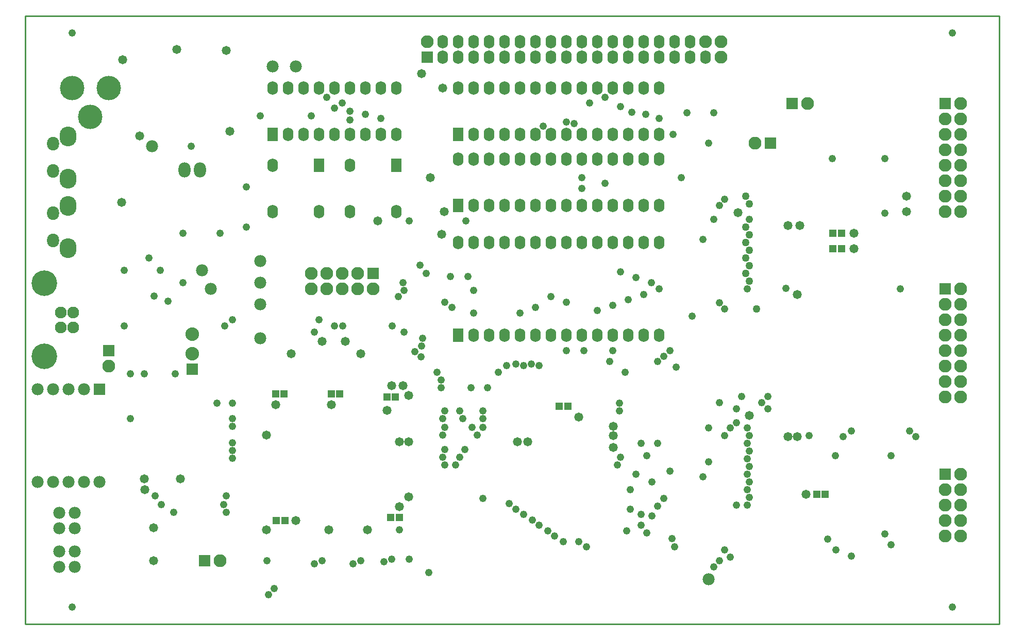
<source format=gbs>
%FSLAX24Y24*%
%MOIN*%
G70*
G01*
G75*
%ADD10C,0.0100*%
%ADD11R,0.0270X0.0550*%
%ADD12R,0.0240X0.0550*%
%ADD13R,0.0300X0.0900*%
%ADD14R,0.0300X0.1000*%
%ADD15R,0.0900X0.0300*%
%ADD16R,0.1000X0.0300*%
%ADD17R,0.1000X0.0750*%
%ADD18R,0.0160X0.0600*%
%ADD19R,0.0550X0.0400*%
%ADD20R,0.0400X0.0400*%
%ADD21R,0.0630X0.1417*%
%ADD22R,0.0500X0.0600*%
%ADD23O,0.1000X0.0300*%
%ADD24R,0.0600X0.0500*%
%ADD25C,0.0300*%
%ADD26C,0.0150*%
%ADD27C,0.0120*%
%ADD28C,0.0200*%
%ADD29C,0.0300*%
%ADD30C,0.0100*%
%ADD31C,0.0120*%
%ADD32O,0.0700X0.0900*%
%ADD33C,0.0800*%
%ADD34O,0.0500X0.0800*%
%ADD35R,0.0600X0.0800*%
%ADD36O,0.0600X0.0800*%
%ADD37C,0.0680*%
%ADD38C,0.1575*%
%ADD39R,0.0600X0.0600*%
%ADD40C,0.0600*%
%ADD41C,0.1500*%
%ADD42O,0.1000X0.1200*%
%ADD43O,0.0700X0.0800*%
%ADD44R,0.0700X0.0700*%
%ADD45C,0.0750*%
%ADD46C,0.0700*%
%ADD47O,0.0800X0.0600*%
%ADD48P,0.0700X8X0*%
%ADD49R,0.0800X0.0600*%
%ADD50C,0.0400*%
%ADD51C,0.0500*%
%ADD52C,0.0410*%
%ADD53C,0.0420*%
%ADD54C,0.0050*%
%ADD55R,0.0350X0.0630*%
%ADD56R,0.0320X0.0630*%
%ADD57R,0.0380X0.0980*%
%ADD58R,0.0380X0.1080*%
%ADD59R,0.0980X0.0380*%
%ADD60R,0.1080X0.0380*%
%ADD61R,0.1080X0.0830*%
%ADD62R,0.0240X0.0680*%
%ADD63R,0.0630X0.0480*%
%ADD64R,0.0480X0.0480*%
%ADD65R,0.0710X0.1497*%
%ADD66R,0.0580X0.0680*%
%ADD67O,0.1080X0.0380*%
%ADD68R,0.0680X0.0580*%
%ADD69O,0.0780X0.0980*%
%ADD70C,0.0880*%
%ADD71O,0.0580X0.0880*%
%ADD72R,0.0680X0.0880*%
%ADD73O,0.0680X0.0880*%
%ADD74C,0.0760*%
%ADD75C,0.1655*%
%ADD76R,0.0680X0.0680*%
%ADD77C,0.1580*%
%ADD78O,0.1080X0.1280*%
%ADD79O,0.0780X0.0880*%
%ADD80R,0.0780X0.0780*%
%ADD81C,0.0830*%
%ADD82C,0.0780*%
%ADD83O,0.0880X0.0680*%
%ADD84P,0.0780X8X0*%
%ADD85R,0.0880X0.0680*%
%ADD86C,0.0480*%
%ADD87C,0.0580*%
%ADD88C,0.0490*%
D10*
X0Y19685D02*
X62992D01*
Y-19685D02*
Y19685D01*
X0Y-19685D02*
X62992D01*
X0D02*
Y19685D01*
D51*
X47300Y700D02*
D03*
X46850Y7500D02*
D03*
X46600Y8000D02*
D03*
X46850Y5500D02*
D03*
X46600Y5000D02*
D03*
Y6000D02*
D03*
X46850Y4500D02*
D03*
X46600Y4000D02*
D03*
X46850Y3500D02*
D03*
X46600Y3000D02*
D03*
X46850Y2500D02*
D03*
D64*
X23400Y-5000D02*
D03*
X23950Y-5000D02*
D03*
X19800Y-4800D02*
D03*
X20350Y-4800D02*
D03*
X16200Y-4800D02*
D03*
X16750Y-4800D02*
D03*
X16800Y-13000D02*
D03*
X16250D02*
D03*
X52800Y4600D02*
D03*
X52250D02*
D03*
X35100Y-5600D02*
D03*
X34550Y-5600D02*
D03*
X52800Y5600D02*
D03*
X52250Y5600D02*
D03*
X51200Y-11300D02*
D03*
X51750D02*
D03*
X24200Y-12800D02*
D03*
X23650D02*
D03*
D69*
X11300Y9700D02*
D03*
X10300D02*
D03*
D70*
X10800Y-930D02*
D03*
Y-2200D02*
D03*
D72*
X16000Y12000D02*
D03*
X28000D02*
D03*
Y7400D02*
D03*
Y-1000D02*
D03*
X19000Y10000D02*
D03*
X24000D02*
D03*
D73*
X24000Y12000D02*
D03*
X16000Y15000D02*
D03*
X18000Y12000D02*
D03*
X19000Y15000D02*
D03*
X22000Y12000D02*
D03*
X20000Y12000D02*
D03*
X19000Y12000D02*
D03*
X21000D02*
D03*
X20000Y15000D02*
D03*
X21000Y15000D02*
D03*
X17000Y12000D02*
D03*
X22000Y15000D02*
D03*
X23000Y15000D02*
D03*
X23000Y12000D02*
D03*
X24000Y15000D02*
D03*
X18000Y15000D02*
D03*
X17000D02*
D03*
X34000Y12000D02*
D03*
X35000D02*
D03*
X37000Y15000D02*
D03*
X30000Y12000D02*
D03*
X32000D02*
D03*
X31000Y12000D02*
D03*
X29000D02*
D03*
X39000Y12000D02*
D03*
X36000Y15000D02*
D03*
X35000D02*
D03*
X30000D02*
D03*
X39000D02*
D03*
X29000D02*
D03*
X31000D02*
D03*
X37000Y12000D02*
D03*
X32000Y15000D02*
D03*
X36000Y12000D02*
D03*
X28000Y15000D02*
D03*
X33000D02*
D03*
X34000Y15000D02*
D03*
X38000D02*
D03*
X40000D02*
D03*
X41000D02*
D03*
X41000Y12000D02*
D03*
X40000Y12000D02*
D03*
X38000D02*
D03*
X33000Y12000D02*
D03*
Y7400D02*
D03*
X38000Y7400D02*
D03*
X40000D02*
D03*
X41000Y7400D02*
D03*
X41000Y10400D02*
D03*
X40000D02*
D03*
X38000D02*
D03*
X34000D02*
D03*
X33000Y10400D02*
D03*
X28000D02*
D03*
X36000Y7400D02*
D03*
X32000Y10400D02*
D03*
X37000Y7400D02*
D03*
X31000Y10400D02*
D03*
X29000D02*
D03*
X39000D02*
D03*
X30000D02*
D03*
X35000D02*
D03*
X36000D02*
D03*
X39000Y7400D02*
D03*
X29000Y7400D02*
D03*
X31000D02*
D03*
X32000Y7400D02*
D03*
X30000D02*
D03*
X37000Y10400D02*
D03*
X35000Y7400D02*
D03*
X34000D02*
D03*
X29000Y5000D02*
D03*
X30000D02*
D03*
X31000D02*
D03*
X32000D02*
D03*
X33000Y5000D02*
D03*
X34000Y5000D02*
D03*
X35000D02*
D03*
X36000D02*
D03*
X38000D02*
D03*
X39000D02*
D03*
X40000D02*
D03*
X41000D02*
D03*
Y-1000D02*
D03*
X40000Y-1000D02*
D03*
X39000D02*
D03*
X38000D02*
D03*
X37000Y-1000D02*
D03*
X36000Y-1000D02*
D03*
X35000D02*
D03*
X34000D02*
D03*
X33000Y-1000D02*
D03*
X32000Y-1000D02*
D03*
X30000Y-1000D02*
D03*
X31000D02*
D03*
X28000Y5000D02*
D03*
X37000D02*
D03*
X29000Y-1000D02*
D03*
X16000Y7000D02*
D03*
X19000Y7000D02*
D03*
X16000Y10000D02*
D03*
X27000Y17000D02*
D03*
Y18000D02*
D03*
X44000Y17000D02*
D03*
X42000Y18000D02*
D03*
X32000Y17000D02*
D03*
X33000D02*
D03*
X36000Y17000D02*
D03*
X37000Y17000D02*
D03*
X29000Y18000D02*
D03*
X34000D02*
D03*
X32000D02*
D03*
X31000D02*
D03*
X30000Y17000D02*
D03*
X31000D02*
D03*
X34000Y17000D02*
D03*
X35000Y17000D02*
D03*
X28000D02*
D03*
X30000Y18000D02*
D03*
X29000Y17000D02*
D03*
X33000Y18000D02*
D03*
X35000D02*
D03*
X42000Y17000D02*
D03*
X41000Y18000D02*
D03*
X40000Y17000D02*
D03*
X39000D02*
D03*
X38000Y17000D02*
D03*
X37000Y18000D02*
D03*
X38000D02*
D03*
X39000D02*
D03*
X40000D02*
D03*
X43000Y17000D02*
D03*
Y18000D02*
D03*
X41000Y17000D02*
D03*
X28000Y18000D02*
D03*
X36000D02*
D03*
X21000Y10000D02*
D03*
X24000Y7000D02*
D03*
X21000D02*
D03*
D74*
X3106Y-492D02*
D03*
Y492D02*
D03*
X2318D02*
D03*
Y-492D02*
D03*
D75*
X1255Y2370D02*
D03*
Y-2370D02*
D03*
D77*
X4213Y13150D02*
D03*
X3031Y15000D02*
D03*
X5394D02*
D03*
D78*
X2784Y9136D02*
D03*
Y11892D02*
D03*
Y7392D02*
D03*
Y4636D02*
D03*
D79*
X1800Y9628D02*
D03*
X1800Y11400D02*
D03*
Y6900D02*
D03*
X1800Y5128D02*
D03*
D80*
X4800Y-4500D02*
D03*
X26000Y17000D02*
D03*
X22500Y3000D02*
D03*
X59500Y14000D02*
D03*
X48200Y11450D02*
D03*
X5400Y-2000D02*
D03*
X59500Y2000D02*
D03*
Y-10000D02*
D03*
X11600Y-15600D02*
D03*
X10800Y-3200D02*
D03*
X49600Y14000D02*
D03*
D81*
X26000Y18000D02*
D03*
X44000D02*
D03*
X45000Y17000D02*
D03*
Y18000D02*
D03*
X21500Y3000D02*
D03*
X20500D02*
D03*
X19500Y3000D02*
D03*
X18500D02*
D03*
X18500Y2000D02*
D03*
X19500D02*
D03*
X20500D02*
D03*
X21500D02*
D03*
X22500D02*
D03*
X59500Y7000D02*
D03*
X60500D02*
D03*
X59500Y8000D02*
D03*
X60500D02*
D03*
X59500Y13000D02*
D03*
Y12000D02*
D03*
Y11000D02*
D03*
Y10000D02*
D03*
X60500D02*
D03*
Y11000D02*
D03*
Y12000D02*
D03*
Y13000D02*
D03*
Y14000D02*
D03*
X59500Y9000D02*
D03*
X60500D02*
D03*
X47200Y11450D02*
D03*
X5400Y-3000D02*
D03*
X60500Y-3000D02*
D03*
X59500D02*
D03*
X60500Y2000D02*
D03*
Y1000D02*
D03*
Y0D02*
D03*
Y-1000D02*
D03*
Y-2000D02*
D03*
X59500D02*
D03*
Y-1000D02*
D03*
Y-0D02*
D03*
Y1000D02*
D03*
X60500Y-4000D02*
D03*
X59500D02*
D03*
X60500Y-5000D02*
D03*
X59500Y-5000D02*
D03*
Y-12000D02*
D03*
Y-14000D02*
D03*
Y-13000D02*
D03*
X60500Y-10000D02*
D03*
Y-11000D02*
D03*
Y-12000D02*
D03*
Y-13000D02*
D03*
Y-14000D02*
D03*
X59500Y-11000D02*
D03*
X12600Y-15600D02*
D03*
X50600Y14000D02*
D03*
D82*
X800Y-4500D02*
D03*
X1800Y-10500D02*
D03*
X800Y-10500D02*
D03*
X3800Y-4500D02*
D03*
X1800D02*
D03*
X2800D02*
D03*
X4800Y-10500D02*
D03*
X2800D02*
D03*
X3800D02*
D03*
X17500Y16400D02*
D03*
X3200Y-12500D02*
D03*
X2200D02*
D03*
X3200Y-13500D02*
D03*
X2200D02*
D03*
X44200Y-16800D02*
D03*
X8200Y11250D02*
D03*
X12000Y2000D02*
D03*
X11450Y3200D02*
D03*
X3200Y-15000D02*
D03*
X2200D02*
D03*
Y-16000D02*
D03*
X3200D02*
D03*
X16000Y16400D02*
D03*
X15200Y-1200D02*
D03*
Y1000D02*
D03*
Y2400D02*
D03*
Y3800D02*
D03*
D86*
X59970Y18580D02*
D03*
Y-18580D02*
D03*
X3030D02*
D03*
Y18580D02*
D03*
X55600Y10450D02*
D03*
X52200D02*
D03*
X55600Y6900D02*
D03*
X18500Y13200D02*
D03*
X15200D02*
D03*
X10750Y11250D02*
D03*
X25550Y3550D02*
D03*
X28650Y2800D02*
D03*
X27500D02*
D03*
X43850Y5200D02*
D03*
X24450Y2400D02*
D03*
X44550Y13400D02*
D03*
X42800D02*
D03*
X56600Y2000D02*
D03*
X36000Y8500D02*
D03*
X37500Y8850D02*
D03*
X45250Y7800D02*
D03*
X46350Y-4950D02*
D03*
X44900Y7400D02*
D03*
X46000Y-5750D02*
D03*
X57200Y-7200D02*
D03*
X53450D02*
D03*
X57600Y-7550D02*
D03*
X52900D02*
D03*
X55600Y-13850D02*
D03*
X56000Y-8800D02*
D03*
X52400D02*
D03*
D87*
X13000Y17450D02*
D03*
X9800Y17500D02*
D03*
X13250Y12200D02*
D03*
X25650Y15950D02*
D03*
X17200Y-2200D02*
D03*
X21700Y-2200D02*
D03*
X24800Y-4900D02*
D03*
X15600Y-7450D02*
D03*
X19650Y-13600D02*
D03*
X15600D02*
D03*
X22150D02*
D03*
X24800Y-11450D02*
D03*
X38050Y-8250D02*
D03*
Y-7500D02*
D03*
Y-6900D02*
D03*
X50100Y6100D02*
D03*
X49350D02*
D03*
X46100Y6950D02*
D03*
X22800Y6400D02*
D03*
X7700Y-10300D02*
D03*
X10050D02*
D03*
X26950Y5550D02*
D03*
X26200Y9200D02*
D03*
X6300Y16850D02*
D03*
X8300Y-15600D02*
D03*
Y-13450D02*
D03*
X7750Y-11000D02*
D03*
X6250Y7600D02*
D03*
X7400Y11900D02*
D03*
X20700Y-1400D02*
D03*
X19200D02*
D03*
X27100Y7000D02*
D03*
X46850Y-6200D02*
D03*
X49950Y-7550D02*
D03*
X49350D02*
D03*
X35800Y-6300D02*
D03*
X31850Y-7900D02*
D03*
X24800D02*
D03*
X32500D02*
D03*
X24200D02*
D03*
X23700Y-4250D02*
D03*
X24450D02*
D03*
X50500Y-11300D02*
D03*
X53600Y5600D02*
D03*
Y4600D02*
D03*
X16200Y-5500D02*
D03*
X19800D02*
D03*
X23400Y-5850D02*
D03*
X24200Y-12100D02*
D03*
X17500Y-13000D02*
D03*
X27000Y15000D02*
D03*
X57000Y7000D02*
D03*
Y8000D02*
D03*
X49950Y1650D02*
D03*
D88*
X31300Y-11900D02*
D03*
X38300Y-9400D02*
D03*
X43850Y-10150D02*
D03*
X46700Y-12000D02*
D03*
X46000D02*
D03*
X44550Y6500D02*
D03*
X38500Y3100D02*
D03*
X39500Y2750D02*
D03*
X40500Y2400D02*
D03*
X41000Y2000D02*
D03*
X40000Y1650D02*
D03*
X39000Y1300D02*
D03*
X38000Y950D02*
D03*
X37000Y600D02*
D03*
X46000Y-6650D02*
D03*
X44900Y-5350D02*
D03*
X45600Y-7000D02*
D03*
X44200Y-9200D02*
D03*
X45250Y-7500D02*
D03*
X40900Y-8000D02*
D03*
X39850D02*
D03*
X40200Y-8800D02*
D03*
X41700Y-9800D02*
D03*
X39500Y-10000D02*
D03*
X40550Y-10500D02*
D03*
X39150Y-11000D02*
D03*
X38450Y-5400D02*
D03*
X20550Y-400D02*
D03*
X23750D02*
D03*
X50700Y-7500D02*
D03*
X9250Y1200D02*
D03*
X10200Y2400D02*
D03*
X8750Y3200D02*
D03*
X8350Y1550D02*
D03*
X8000Y4000D02*
D03*
X6800Y-3500D02*
D03*
X6400Y-400D02*
D03*
Y3200D02*
D03*
X6800Y-6400D02*
D03*
X7700Y-3500D02*
D03*
X9700D02*
D03*
X29000Y1900D02*
D03*
X24500D02*
D03*
Y-800D02*
D03*
X18700D02*
D03*
X24850Y6400D02*
D03*
X28500D02*
D03*
X24150Y1500D02*
D03*
X34000D02*
D03*
X47650Y-5350D02*
D03*
X36150Y-2000D02*
D03*
X38000D02*
D03*
X49200Y2050D02*
D03*
X46850Y6500D02*
D03*
X44200Y11450D02*
D03*
X38450Y-5900D02*
D03*
X44200Y-7000D02*
D03*
X40150Y13300D02*
D03*
X36500Y14050D02*
D03*
X37500Y14400D02*
D03*
X43150Y250D02*
D03*
X38500Y13800D02*
D03*
X39250Y13450D02*
D03*
X46700Y2000D02*
D03*
Y-7000D02*
D03*
X45250Y700D02*
D03*
X46850Y-7500D02*
D03*
X44900Y1100D02*
D03*
X48050Y-4950D02*
D03*
Y-5750D02*
D03*
X46850Y-9500D02*
D03*
X41700Y-2000D02*
D03*
X40200Y-13800D02*
D03*
X46850Y-11500D02*
D03*
X41300Y-2350D02*
D03*
Y-11550D02*
D03*
X37800Y-2700D02*
D03*
X40900D02*
D03*
Y-12050D02*
D03*
X46700Y-8000D02*
D03*
X46850Y-8500D02*
D03*
X46700Y-9000D02*
D03*
Y-10000D02*
D03*
X46850Y-10500D02*
D03*
X46700Y-11000D02*
D03*
X40550Y-12700D02*
D03*
X39850Y-13300D02*
D03*
Y-12600D02*
D03*
X38900Y-13650D02*
D03*
X39150Y-12250D02*
D03*
X34800Y-14350D02*
D03*
X24200Y-13600D02*
D03*
X27150Y1150D02*
D03*
X35000D02*
D03*
X28300Y-6400D02*
D03*
X27850Y-9400D02*
D03*
X34250Y-14000D02*
D03*
X33800Y-13650D02*
D03*
X33250Y-13300D02*
D03*
X32800Y-12950D02*
D03*
X32250Y-12600D02*
D03*
X31750Y-12250D02*
D03*
X33250Y-2950D02*
D03*
X25650Y-1700D02*
D03*
X32750Y-2850D02*
D03*
X25200Y-2050D02*
D03*
X32250Y-2950D02*
D03*
X25600Y-2400D02*
D03*
X31150Y-2950D02*
D03*
X26650Y-3400D02*
D03*
X26900Y-3900D02*
D03*
X28450Y-8400D02*
D03*
X27600Y800D02*
D03*
X33000D02*
D03*
X28900Y-6950D02*
D03*
X28850Y-4400D02*
D03*
X29000Y450D02*
D03*
X32000D02*
D03*
X29900Y-4400D02*
D03*
X26900D02*
D03*
X29600Y-11550D02*
D03*
X27150Y-9400D02*
D03*
X27000Y-8900D02*
D03*
X27150Y-8400D02*
D03*
X29250Y-7450D02*
D03*
X27000D02*
D03*
X29600Y-6950D02*
D03*
X27150D02*
D03*
X29600Y-6400D02*
D03*
X27000D02*
D03*
X29600Y-5900D02*
D03*
X27150D02*
D03*
X30600Y-3400D02*
D03*
X31750Y-2850D02*
D03*
X41000Y13050D02*
D03*
X19500Y14400D02*
D03*
X20500Y14050D02*
D03*
X20000Y13700D02*
D03*
X21000Y13500D02*
D03*
X22000Y13300D02*
D03*
X23000Y13050D02*
D03*
X35000Y12800D02*
D03*
X21000Y12950D02*
D03*
X33500Y12550D02*
D03*
X23700Y-15500D02*
D03*
X35800Y-14350D02*
D03*
X23200Y-15650D02*
D03*
X36300Y-14700D02*
D03*
X41850Y-14150D02*
D03*
X42000Y-14700D02*
D03*
X24850Y-15500D02*
D03*
X21700Y-15600D02*
D03*
X41900Y12000D02*
D03*
X36000Y9200D02*
D03*
X42450D02*
D03*
X35000Y-2000D02*
D03*
X42100Y-3050D02*
D03*
X38500Y-8900D02*
D03*
X21200Y-15800D02*
D03*
X45250Y-14900D02*
D03*
X26100Y-16350D02*
D03*
X45600Y-15350D02*
D03*
X19200Y-15600D02*
D03*
X44900D02*
D03*
X18700Y-15800D02*
D03*
X44550Y-16000D02*
D03*
X35500Y12700D02*
D03*
X51900Y-14200D02*
D03*
X56000Y-14550D02*
D03*
X28100Y-5900D02*
D03*
Y-8900D02*
D03*
X38800Y-3400D02*
D03*
X25700Y-1200D02*
D03*
X25950Y3000D02*
D03*
X13400Y-8950D02*
D03*
Y-8450D02*
D03*
Y-7950D02*
D03*
Y-6900D02*
D03*
Y-6400D02*
D03*
X12900Y-400D02*
D03*
X20000D02*
D03*
X13400Y0D02*
D03*
X19000D02*
D03*
X13000Y-11400D02*
D03*
X8400D02*
D03*
X12850Y-11950D02*
D03*
X8800D02*
D03*
X13000Y-12450D02*
D03*
X9600D02*
D03*
X15650Y-15600D02*
D03*
X52450Y-14900D02*
D03*
X16100Y-17400D02*
D03*
X53450Y-15300D02*
D03*
X15750Y-17800D02*
D03*
X13400Y-5400D02*
D03*
X12400D02*
D03*
X12600Y5600D02*
D03*
X10200D02*
D03*
X14300Y6000D02*
D03*
Y8600D02*
D03*
M02*

</source>
